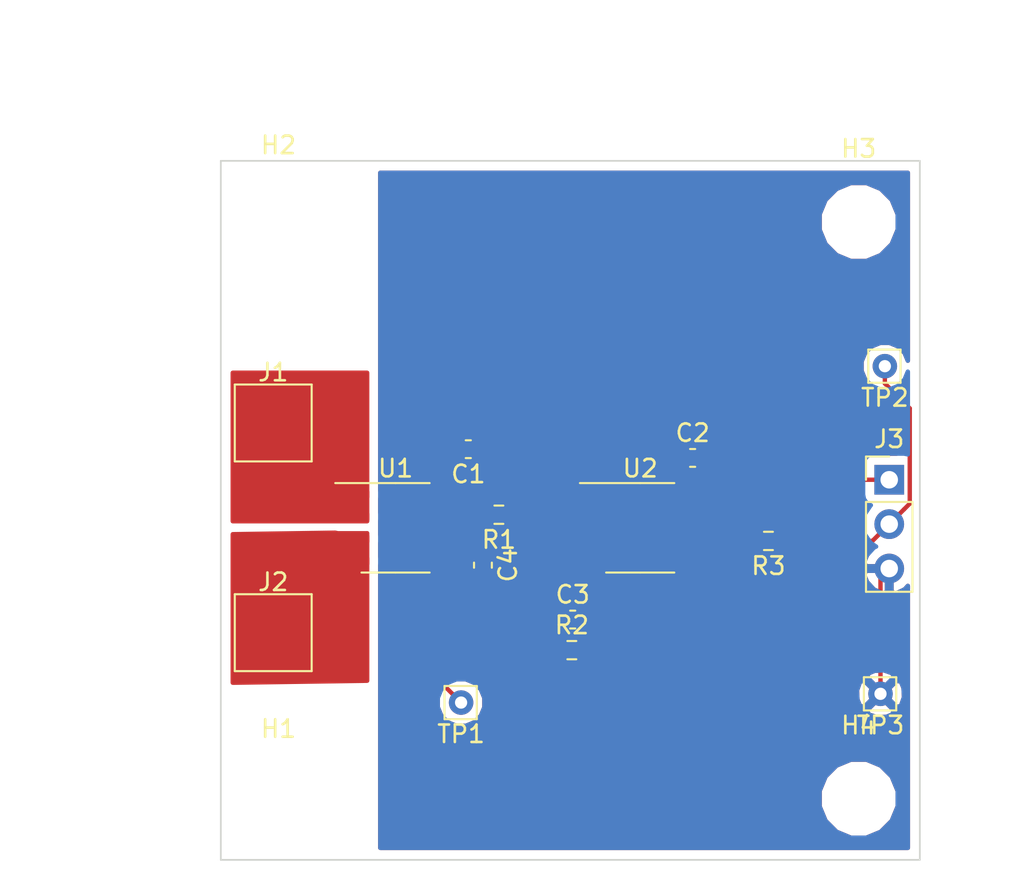
<source format=kicad_pcb>
(kicad_pcb (version 20171130) (host pcbnew "(5.0.2)-1")

  (general
    (thickness 1.6)
    (drawings 6)
    (tracks 59)
    (zones 0)
    (modules 19)
    (nets 10)
  )

  (page A4)
  (layers
    (0 F.Cu signal)
    (31 B.Cu signal)
    (32 B.Adhes user)
    (33 F.Adhes user)
    (34 B.Paste user)
    (35 F.Paste user)
    (36 B.SilkS user)
    (37 F.SilkS user)
    (38 B.Mask user)
    (39 F.Mask user)
    (40 Dwgs.User user)
    (41 Cmts.User user)
    (42 Eco1.User user)
    (43 Eco2.User user)
    (44 Edge.Cuts user)
    (45 Margin user)
    (46 B.CrtYd user)
    (47 F.CrtYd user)
    (48 B.Fab user)
    (49 F.Fab user)
  )

  (setup
    (last_trace_width 0.25)
    (trace_clearance 0.2)
    (zone_clearance 0.508)
    (zone_45_only no)
    (trace_min 0.2)
    (segment_width 0.2)
    (edge_width 0.1)
    (via_size 0.8)
    (via_drill 0.4)
    (via_min_size 0.4)
    (via_min_drill 0.3)
    (uvia_size 0.3)
    (uvia_drill 0.1)
    (uvias_allowed no)
    (uvia_min_size 0.2)
    (uvia_min_drill 0.1)
    (pcb_text_width 0.3)
    (pcb_text_size 1.5 1.5)
    (mod_edge_width 0.15)
    (mod_text_size 1 1)
    (mod_text_width 0.15)
    (pad_size 1.5 1.5)
    (pad_drill 0.6)
    (pad_to_mask_clearance 0)
    (aux_axis_origin 0 0)
    (visible_elements FFFFFF7F)
    (pcbplotparams
      (layerselection 0x010fc_ffffffff)
      (usegerberextensions false)
      (usegerberattributes false)
      (usegerberadvancedattributes false)
      (creategerberjobfile false)
      (excludeedgelayer true)
      (linewidth 0.100000)
      (plotframeref false)
      (viasonmask false)
      (mode 1)
      (useauxorigin false)
      (hpglpennumber 1)
      (hpglpenspeed 20)
      (hpglpendiameter 15.000000)
      (psnegative false)
      (psa4output false)
      (plotreference true)
      (plotvalue true)
      (plotinvisibletext false)
      (padsonsilk false)
      (subtractmaskfromsilk false)
      (outputformat 1)
      (mirror false)
      (drillshape 0)
      (scaleselection 1)
      (outputdirectory "gerber/"))
  )

  (net 0 "")
  (net 1 GND)
  (net 2 +5V)
  (net 3 "Net-(C3-Pad1)")
  (net 4 "Net-(J1-Pad1)")
  (net 5 "Net-(J2-Pad1)")
  (net 6 "Net-(J3-Pad2)")
  (net 7 "Net-(R1-Pad2)")
  (net 8 "Net-(R3-Pad2)")
  (net 9 "Net-(C4-Pad1)")

  (net_class Default "これはデフォルトのネット クラスです。"
    (clearance 0.2)
    (trace_width 0.25)
    (via_dia 0.8)
    (via_drill 0.4)
    (uvia_dia 0.3)
    (uvia_drill 0.1)
    (add_net +5V)
    (add_net GND)
    (add_net "Net-(C3-Pad1)")
    (add_net "Net-(C4-Pad1)")
    (add_net "Net-(J1-Pad1)")
    (add_net "Net-(J2-Pad1)")
    (add_net "Net-(J3-Pad2)")
    (add_net "Net-(R1-Pad2)")
    (add_net "Net-(R3-Pad2)")
  )

  (module Capacitor_SMD:C_0603_1608Metric_Pad1.08x0.95mm_HandSolder (layer F.Cu) (tedit 5F68FEEF) (tstamp 60118FAA)
    (at 74.1625 46.5 180)
    (descr "Capacitor SMD 0603 (1608 Metric), square (rectangular) end terminal, IPC_7351 nominal with elongated pad for handsoldering. (Body size source: IPC-SM-782 page 76, https://www.pcb-3d.com/wordpress/wp-content/uploads/ipc-sm-782a_amendment_1_and_2.pdf), generated with kicad-footprint-generator")
    (tags "capacitor handsolder")
    (path /6002D57B)
    (attr smd)
    (fp_text reference C1 (at 0 -1.43 180) (layer F.SilkS)
      (effects (font (size 1 1) (thickness 0.15)))
    )
    (fp_text value 0.1uF (at 0 1.43 180) (layer F.Fab)
      (effects (font (size 1 1) (thickness 0.15)))
    )
    (fp_text user %R (at 0 0 180) (layer F.Fab)
      (effects (font (size 0.4 0.4) (thickness 0.06)))
    )
    (fp_line (start 1.65 0.73) (end -1.65 0.73) (layer F.CrtYd) (width 0.05))
    (fp_line (start 1.65 -0.73) (end 1.65 0.73) (layer F.CrtYd) (width 0.05))
    (fp_line (start -1.65 -0.73) (end 1.65 -0.73) (layer F.CrtYd) (width 0.05))
    (fp_line (start -1.65 0.73) (end -1.65 -0.73) (layer F.CrtYd) (width 0.05))
    (fp_line (start -0.146267 0.51) (end 0.146267 0.51) (layer F.SilkS) (width 0.12))
    (fp_line (start -0.146267 -0.51) (end 0.146267 -0.51) (layer F.SilkS) (width 0.12))
    (fp_line (start 0.8 0.4) (end -0.8 0.4) (layer F.Fab) (width 0.1))
    (fp_line (start 0.8 -0.4) (end 0.8 0.4) (layer F.Fab) (width 0.1))
    (fp_line (start -0.8 -0.4) (end 0.8 -0.4) (layer F.Fab) (width 0.1))
    (fp_line (start -0.8 0.4) (end -0.8 -0.4) (layer F.Fab) (width 0.1))
    (pad 2 smd roundrect (at 0.8625 0 180) (size 1.075 0.95) (layers F.Cu F.Paste F.Mask) (roundrect_rratio 0.25)
      (net 1 GND))
    (pad 1 smd roundrect (at -0.8625 0 180) (size 1.075 0.95) (layers F.Cu F.Paste F.Mask) (roundrect_rratio 0.25)
      (net 2 +5V))
    (model ${KISYS3DMOD}/Capacitor_SMD.3dshapes/C_0603_1608Metric.wrl
      (at (xyz 0 0 0))
      (scale (xyz 1 1 1))
      (rotate (xyz 0 0 0))
    )
  )

  (module Capacitor_SMD:C_0603_1608Metric_Pad1.08x0.95mm_HandSolder (layer F.Cu) (tedit 5F68FEEF) (tstamp 60118FBB)
    (at 87 47)
    (descr "Capacitor SMD 0603 (1608 Metric), square (rectangular) end terminal, IPC_7351 nominal with elongated pad for handsoldering. (Body size source: IPC-SM-782 page 76, https://www.pcb-3d.com/wordpress/wp-content/uploads/ipc-sm-782a_amendment_1_and_2.pdf), generated with kicad-footprint-generator")
    (tags "capacitor handsolder")
    (path /60027F27)
    (attr smd)
    (fp_text reference C2 (at 0 -1.43) (layer F.SilkS)
      (effects (font (size 1 1) (thickness 0.15)))
    )
    (fp_text value 0.1uF (at 0 1.43) (layer F.Fab)
      (effects (font (size 1 1) (thickness 0.15)))
    )
    (fp_line (start -0.8 0.4) (end -0.8 -0.4) (layer F.Fab) (width 0.1))
    (fp_line (start -0.8 -0.4) (end 0.8 -0.4) (layer F.Fab) (width 0.1))
    (fp_line (start 0.8 -0.4) (end 0.8 0.4) (layer F.Fab) (width 0.1))
    (fp_line (start 0.8 0.4) (end -0.8 0.4) (layer F.Fab) (width 0.1))
    (fp_line (start -0.146267 -0.51) (end 0.146267 -0.51) (layer F.SilkS) (width 0.12))
    (fp_line (start -0.146267 0.51) (end 0.146267 0.51) (layer F.SilkS) (width 0.12))
    (fp_line (start -1.65 0.73) (end -1.65 -0.73) (layer F.CrtYd) (width 0.05))
    (fp_line (start -1.65 -0.73) (end 1.65 -0.73) (layer F.CrtYd) (width 0.05))
    (fp_line (start 1.65 -0.73) (end 1.65 0.73) (layer F.CrtYd) (width 0.05))
    (fp_line (start 1.65 0.73) (end -1.65 0.73) (layer F.CrtYd) (width 0.05))
    (fp_text user %R (at 0 0) (layer F.Fab)
      (effects (font (size 0.4 0.4) (thickness 0.06)))
    )
    (pad 1 smd roundrect (at -0.8625 0) (size 1.075 0.95) (layers F.Cu F.Paste F.Mask) (roundrect_rratio 0.25)
      (net 2 +5V))
    (pad 2 smd roundrect (at 0.8625 0) (size 1.075 0.95) (layers F.Cu F.Paste F.Mask) (roundrect_rratio 0.25)
      (net 1 GND))
    (model ${KISYS3DMOD}/Capacitor_SMD.3dshapes/C_0603_1608Metric.wrl
      (at (xyz 0 0 0))
      (scale (xyz 1 1 1))
      (rotate (xyz 0 0 0))
    )
  )

  (module Capacitor_SMD:C_0603_1608Metric_Pad1.08x0.95mm_HandSolder (layer F.Cu) (tedit 5F68FEEF) (tstamp 60118FCC)
    (at 80.1375 56.25)
    (descr "Capacitor SMD 0603 (1608 Metric), square (rectangular) end terminal, IPC_7351 nominal with elongated pad for handsoldering. (Body size source: IPC-SM-782 page 76, https://www.pcb-3d.com/wordpress/wp-content/uploads/ipc-sm-782a_amendment_1_and_2.pdf), generated with kicad-footprint-generator")
    (tags "capacitor handsolder")
    (path /6002E356)
    (attr smd)
    (fp_text reference C3 (at 0 -1.43) (layer F.SilkS)
      (effects (font (size 1 1) (thickness 0.15)))
    )
    (fp_text value 10n (at 0 1.43) (layer F.Fab)
      (effects (font (size 1 1) (thickness 0.15)))
    )
    (fp_line (start -0.8 0.4) (end -0.8 -0.4) (layer F.Fab) (width 0.1))
    (fp_line (start -0.8 -0.4) (end 0.8 -0.4) (layer F.Fab) (width 0.1))
    (fp_line (start 0.8 -0.4) (end 0.8 0.4) (layer F.Fab) (width 0.1))
    (fp_line (start 0.8 0.4) (end -0.8 0.4) (layer F.Fab) (width 0.1))
    (fp_line (start -0.146267 -0.51) (end 0.146267 -0.51) (layer F.SilkS) (width 0.12))
    (fp_line (start -0.146267 0.51) (end 0.146267 0.51) (layer F.SilkS) (width 0.12))
    (fp_line (start -1.65 0.73) (end -1.65 -0.73) (layer F.CrtYd) (width 0.05))
    (fp_line (start -1.65 -0.73) (end 1.65 -0.73) (layer F.CrtYd) (width 0.05))
    (fp_line (start 1.65 -0.73) (end 1.65 0.73) (layer F.CrtYd) (width 0.05))
    (fp_line (start 1.65 0.73) (end -1.65 0.73) (layer F.CrtYd) (width 0.05))
    (fp_text user %R (at 0 0) (layer F.Fab)
      (effects (font (size 0.4 0.4) (thickness 0.06)))
    )
    (pad 1 smd roundrect (at -0.8625 0) (size 1.075 0.95) (layers F.Cu F.Paste F.Mask) (roundrect_rratio 0.25)
      (net 3 "Net-(C3-Pad1)"))
    (pad 2 smd roundrect (at 0.8625 0) (size 1.075 0.95) (layers F.Cu F.Paste F.Mask) (roundrect_rratio 0.25)
      (net 1 GND))
    (model ${KISYS3DMOD}/Capacitor_SMD.3dshapes/C_0603_1608Metric.wrl
      (at (xyz 0 0 0))
      (scale (xyz 1 1 1))
      (rotate (xyz 0 0 0))
    )
  )

  (module MountingHole:MountingHole_3.2mm_M3 (layer F.Cu) (tedit 56D1B4CB) (tstamp 60118FD4)
    (at 63.3 66.7)
    (descr "Mounting Hole 3.2mm, no annular, M3")
    (tags "mounting hole 3.2mm no annular m3")
    (path /600346EF)
    (attr virtual)
    (fp_text reference H1 (at 0 -4.2) (layer F.SilkS)
      (effects (font (size 1 1) (thickness 0.15)))
    )
    (fp_text value M3 (at 0 4.2) (layer F.Fab)
      (effects (font (size 1 1) (thickness 0.15)))
    )
    (fp_circle (center 0 0) (end 3.45 0) (layer F.CrtYd) (width 0.05))
    (fp_circle (center 0 0) (end 3.2 0) (layer Cmts.User) (width 0.15))
    (fp_text user %R (at 0.3 0) (layer F.Fab)
      (effects (font (size 1 1) (thickness 0.15)))
    )
    (pad 1 np_thru_hole circle (at 0 0) (size 3.2 3.2) (drill 3.2) (layers *.Cu *.Mask))
  )

  (module MountingHole:MountingHole_3.2mm_M3 (layer F.Cu) (tedit 56D1B4CB) (tstamp 60118FDC)
    (at 63.3 33.3)
    (descr "Mounting Hole 3.2mm, no annular, M3")
    (tags "mounting hole 3.2mm no annular m3")
    (path /600347B7)
    (attr virtual)
    (fp_text reference H2 (at 0 -4.2) (layer F.SilkS)
      (effects (font (size 1 1) (thickness 0.15)))
    )
    (fp_text value M3 (at 0 4.2) (layer F.Fab)
      (effects (font (size 1 1) (thickness 0.15)))
    )
    (fp_circle (center 0 0) (end 3.45 0) (layer F.CrtYd) (width 0.05))
    (fp_circle (center 0 0) (end 3.2 0) (layer Cmts.User) (width 0.15))
    (fp_text user %R (at 0.3 0) (layer F.Fab)
      (effects (font (size 1 1) (thickness 0.15)))
    )
    (pad 1 np_thru_hole circle (at 0 0) (size 3.2 3.2) (drill 3.2) (layers *.Cu *.Mask))
  )

  (module MountingHole:MountingHole_3.2mm_M3 (layer F.Cu) (tedit 56D1B4CB) (tstamp 60118FE4)
    (at 96.5 33.5)
    (descr "Mounting Hole 3.2mm, no annular, M3")
    (tags "mounting hole 3.2mm no annular m3")
    (path /60034771)
    (attr virtual)
    (fp_text reference H3 (at 0 -4.2) (layer F.SilkS)
      (effects (font (size 1 1) (thickness 0.15)))
    )
    (fp_text value M3 (at 0 4.2) (layer F.Fab)
      (effects (font (size 1 1) (thickness 0.15)))
    )
    (fp_text user %R (at 0.3 0) (layer F.Fab)
      (effects (font (size 1 1) (thickness 0.15)))
    )
    (fp_circle (center 0 0) (end 3.2 0) (layer Cmts.User) (width 0.15))
    (fp_circle (center 0 0) (end 3.45 0) (layer F.CrtYd) (width 0.05))
    (pad 1 np_thru_hole circle (at 0 0) (size 3.2 3.2) (drill 3.2) (layers *.Cu *.Mask))
  )

  (module MountingHole:MountingHole_3.2mm_M3 (layer F.Cu) (tedit 56D1B4CB) (tstamp 60118FEC)
    (at 96.5 66.5)
    (descr "Mounting Hole 3.2mm, no annular, M3")
    (tags "mounting hole 3.2mm no annular m3")
    (path /60034803)
    (attr virtual)
    (fp_text reference H4 (at 0 -4.2) (layer F.SilkS)
      (effects (font (size 1 1) (thickness 0.15)))
    )
    (fp_text value M3 (at 0 4.2) (layer F.Fab)
      (effects (font (size 1 1) (thickness 0.15)))
    )
    (fp_text user %R (at 0.3 0) (layer F.Fab)
      (effects (font (size 1 1) (thickness 0.15)))
    )
    (fp_circle (center 0 0) (end 3.2 0) (layer Cmts.User) (width 0.15))
    (fp_circle (center 0 0) (end 3.45 0) (layer F.CrtYd) (width 0.05))
    (pad 1 np_thru_hole circle (at 0 0) (size 3.2 3.2) (drill 3.2) (layers *.Cu *.Mask))
  )

  (module TestPoint:TestPoint_Pad_4.0x4.0mm (layer F.Cu) (tedit 5A0F774F) (tstamp 60118FFA)
    (at 63 45)
    (descr "SMD rectangular pad as test Point, square 4.0mm side length")
    (tags "test point SMD pad rectangle square")
    (path /60030CCA)
    (attr virtual)
    (fp_text reference J1 (at 0 -2.898) (layer F.SilkS)
      (effects (font (size 1 1) (thickness 0.15)))
    )
    (fp_text value Conn_01x01_Female (at 0 3.1) (layer F.Fab)
      (effects (font (size 1 1) (thickness 0.15)))
    )
    (fp_text user %R (at 0 -2.9) (layer F.Fab)
      (effects (font (size 1 1) (thickness 0.15)))
    )
    (fp_line (start -2.2 -2.2) (end 2.2 -2.2) (layer F.SilkS) (width 0.12))
    (fp_line (start 2.2 -2.2) (end 2.2 2.2) (layer F.SilkS) (width 0.12))
    (fp_line (start 2.2 2.2) (end -2.2 2.2) (layer F.SilkS) (width 0.12))
    (fp_line (start -2.2 2.2) (end -2.2 -2.2) (layer F.SilkS) (width 0.12))
    (fp_line (start -2.5 -2.5) (end 2.5 -2.5) (layer F.CrtYd) (width 0.05))
    (fp_line (start -2.5 -2.5) (end -2.5 2.5) (layer F.CrtYd) (width 0.05))
    (fp_line (start 2.5 2.5) (end 2.5 -2.5) (layer F.CrtYd) (width 0.05))
    (fp_line (start 2.5 2.5) (end -2.5 2.5) (layer F.CrtYd) (width 0.05))
    (pad 1 smd rect (at 0 0) (size 4 4) (layers F.Cu F.Mask)
      (net 4 "Net-(J1-Pad1)"))
  )

  (module TestPoint:TestPoint_Pad_4.0x4.0mm (layer F.Cu) (tedit 5A0F774F) (tstamp 60119008)
    (at 63 57)
    (descr "SMD rectangular pad as test Point, square 4.0mm side length")
    (tags "test point SMD pad rectangle square")
    (path /60030D7C)
    (attr virtual)
    (fp_text reference J2 (at 0 -2.898) (layer F.SilkS)
      (effects (font (size 1 1) (thickness 0.15)))
    )
    (fp_text value Conn_01x01_Female (at 0 3.1) (layer F.Fab)
      (effects (font (size 1 1) (thickness 0.15)))
    )
    (fp_line (start 2.5 2.5) (end -2.5 2.5) (layer F.CrtYd) (width 0.05))
    (fp_line (start 2.5 2.5) (end 2.5 -2.5) (layer F.CrtYd) (width 0.05))
    (fp_line (start -2.5 -2.5) (end -2.5 2.5) (layer F.CrtYd) (width 0.05))
    (fp_line (start -2.5 -2.5) (end 2.5 -2.5) (layer F.CrtYd) (width 0.05))
    (fp_line (start -2.2 2.2) (end -2.2 -2.2) (layer F.SilkS) (width 0.12))
    (fp_line (start 2.2 2.2) (end -2.2 2.2) (layer F.SilkS) (width 0.12))
    (fp_line (start 2.2 -2.2) (end 2.2 2.2) (layer F.SilkS) (width 0.12))
    (fp_line (start -2.2 -2.2) (end 2.2 -2.2) (layer F.SilkS) (width 0.12))
    (fp_text user %R (at 0 -2.9) (layer F.Fab)
      (effects (font (size 1 1) (thickness 0.15)))
    )
    (pad 1 smd rect (at 0 0) (size 4 4) (layers F.Cu F.Mask)
      (net 5 "Net-(J2-Pad1)"))
  )

  (module Connector_PinHeader_2.54mm:PinHeader_1x03_P2.54mm_Vertical (layer F.Cu) (tedit 59FED5CC) (tstamp 6011901F)
    (at 98.25 48.25)
    (descr "Through hole straight pin header, 1x03, 2.54mm pitch, single row")
    (tags "Through hole pin header THT 1x03 2.54mm single row")
    (path /6002F331)
    (fp_text reference J3 (at 0 -2.33) (layer F.SilkS)
      (effects (font (size 1 1) (thickness 0.15)))
    )
    (fp_text value Conn_01x03_Female (at 0 7.41) (layer F.Fab)
      (effects (font (size 1 1) (thickness 0.15)))
    )
    (fp_line (start -0.635 -1.27) (end 1.27 -1.27) (layer F.Fab) (width 0.1))
    (fp_line (start 1.27 -1.27) (end 1.27 6.35) (layer F.Fab) (width 0.1))
    (fp_line (start 1.27 6.35) (end -1.27 6.35) (layer F.Fab) (width 0.1))
    (fp_line (start -1.27 6.35) (end -1.27 -0.635) (layer F.Fab) (width 0.1))
    (fp_line (start -1.27 -0.635) (end -0.635 -1.27) (layer F.Fab) (width 0.1))
    (fp_line (start -1.33 6.41) (end 1.33 6.41) (layer F.SilkS) (width 0.12))
    (fp_line (start -1.33 1.27) (end -1.33 6.41) (layer F.SilkS) (width 0.12))
    (fp_line (start 1.33 1.27) (end 1.33 6.41) (layer F.SilkS) (width 0.12))
    (fp_line (start -1.33 1.27) (end 1.33 1.27) (layer F.SilkS) (width 0.12))
    (fp_line (start -1.33 0) (end -1.33 -1.33) (layer F.SilkS) (width 0.12))
    (fp_line (start -1.33 -1.33) (end 0 -1.33) (layer F.SilkS) (width 0.12))
    (fp_line (start -1.8 -1.8) (end -1.8 6.85) (layer F.CrtYd) (width 0.05))
    (fp_line (start -1.8 6.85) (end 1.8 6.85) (layer F.CrtYd) (width 0.05))
    (fp_line (start 1.8 6.85) (end 1.8 -1.8) (layer F.CrtYd) (width 0.05))
    (fp_line (start 1.8 -1.8) (end -1.8 -1.8) (layer F.CrtYd) (width 0.05))
    (fp_text user %R (at 0 2.54 90) (layer F.Fab)
      (effects (font (size 1 1) (thickness 0.15)))
    )
    (pad 1 thru_hole rect (at 0 0) (size 1.7 1.7) (drill 1) (layers *.Cu *.Mask)
      (net 2 +5V))
    (pad 2 thru_hole oval (at 0 2.54) (size 1.7 1.7) (drill 1) (layers *.Cu *.Mask)
      (net 6 "Net-(J3-Pad2)"))
    (pad 3 thru_hole oval (at 0 5.08) (size 1.7 1.7) (drill 1) (layers *.Cu *.Mask)
      (net 1 GND))
    (model ${KISYS3DMOD}/Connector_PinHeader_2.54mm.3dshapes/PinHeader_1x03_P2.54mm_Vertical.wrl
      (at (xyz 0 0 0))
      (scale (xyz 1 1 1))
      (rotate (xyz 0 0 0))
    )
  )

  (module Resistor_SMD:R_0603_1608Metric_Pad0.98x0.95mm_HandSolder (layer F.Cu) (tedit 5F68FEEE) (tstamp 60119030)
    (at 75.9125 50.25 180)
    (descr "Resistor SMD 0603 (1608 Metric), square (rectangular) end terminal, IPC_7351 nominal with elongated pad for handsoldering. (Body size source: IPC-SM-782 page 72, https://www.pcb-3d.com/wordpress/wp-content/uploads/ipc-sm-782a_amendment_1_and_2.pdf), generated with kicad-footprint-generator")
    (tags "resistor handsolder")
    (path /6002D8D4)
    (attr smd)
    (fp_text reference R1 (at 0 -1.43 180) (layer F.SilkS)
      (effects (font (size 1 1) (thickness 0.15)))
    )
    (fp_text value 4.7k (at 0 1.43 180) (layer F.Fab)
      (effects (font (size 1 1) (thickness 0.15)))
    )
    (fp_line (start -0.8 0.4125) (end -0.8 -0.4125) (layer F.Fab) (width 0.1))
    (fp_line (start -0.8 -0.4125) (end 0.8 -0.4125) (layer F.Fab) (width 0.1))
    (fp_line (start 0.8 -0.4125) (end 0.8 0.4125) (layer F.Fab) (width 0.1))
    (fp_line (start 0.8 0.4125) (end -0.8 0.4125) (layer F.Fab) (width 0.1))
    (fp_line (start -0.254724 -0.5225) (end 0.254724 -0.5225) (layer F.SilkS) (width 0.12))
    (fp_line (start -0.254724 0.5225) (end 0.254724 0.5225) (layer F.SilkS) (width 0.12))
    (fp_line (start -1.65 0.73) (end -1.65 -0.73) (layer F.CrtYd) (width 0.05))
    (fp_line (start -1.65 -0.73) (end 1.65 -0.73) (layer F.CrtYd) (width 0.05))
    (fp_line (start 1.65 -0.73) (end 1.65 0.73) (layer F.CrtYd) (width 0.05))
    (fp_line (start 1.65 0.73) (end -1.65 0.73) (layer F.CrtYd) (width 0.05))
    (fp_text user %R (at 0 0 180) (layer F.Fab)
      (effects (font (size 0.4 0.4) (thickness 0.06)))
    )
    (pad 1 smd roundrect (at -0.9125 0 180) (size 0.975 0.95) (layers F.Cu F.Paste F.Mask) (roundrect_rratio 0.25)
      (net 3 "Net-(C3-Pad1)"))
    (pad 2 smd roundrect (at 0.9125 0 180) (size 0.975 0.95) (layers F.Cu F.Paste F.Mask) (roundrect_rratio 0.25)
      (net 7 "Net-(R1-Pad2)"))
    (model ${KISYS3DMOD}/Resistor_SMD.3dshapes/R_0603_1608Metric.wrl
      (at (xyz 0 0 0))
      (scale (xyz 1 1 1))
      (rotate (xyz 0 0 0))
    )
  )

  (module Resistor_SMD:R_0603_1608Metric_Pad0.98x0.95mm_HandSolder (layer F.Cu) (tedit 5F68FEEE) (tstamp 6011965F)
    (at 80.0875 58)
    (descr "Resistor SMD 0603 (1608 Metric), square (rectangular) end terminal, IPC_7351 nominal with elongated pad for handsoldering. (Body size source: IPC-SM-782 page 72, https://www.pcb-3d.com/wordpress/wp-content/uploads/ipc-sm-782a_amendment_1_and_2.pdf), generated with kicad-footprint-generator")
    (tags "resistor handsolder")
    (path /6002DBCD)
    (attr smd)
    (fp_text reference R2 (at 0 -1.43) (layer F.SilkS)
      (effects (font (size 1 1) (thickness 0.15)))
    )
    (fp_text value 9.1k (at 0 1.43) (layer F.Fab)
      (effects (font (size 1 1) (thickness 0.15)))
    )
    (fp_line (start -0.8 0.4125) (end -0.8 -0.4125) (layer F.Fab) (width 0.1))
    (fp_line (start -0.8 -0.4125) (end 0.8 -0.4125) (layer F.Fab) (width 0.1))
    (fp_line (start 0.8 -0.4125) (end 0.8 0.4125) (layer F.Fab) (width 0.1))
    (fp_line (start 0.8 0.4125) (end -0.8 0.4125) (layer F.Fab) (width 0.1))
    (fp_line (start -0.254724 -0.5225) (end 0.254724 -0.5225) (layer F.SilkS) (width 0.12))
    (fp_line (start -0.254724 0.5225) (end 0.254724 0.5225) (layer F.SilkS) (width 0.12))
    (fp_line (start -1.65 0.73) (end -1.65 -0.73) (layer F.CrtYd) (width 0.05))
    (fp_line (start -1.65 -0.73) (end 1.65 -0.73) (layer F.CrtYd) (width 0.05))
    (fp_line (start 1.65 -0.73) (end 1.65 0.73) (layer F.CrtYd) (width 0.05))
    (fp_line (start 1.65 0.73) (end -1.65 0.73) (layer F.CrtYd) (width 0.05))
    (fp_text user %R (at 0 0) (layer F.Fab)
      (effects (font (size 0.4 0.4) (thickness 0.06)))
    )
    (pad 1 smd roundrect (at -0.9125 0) (size 0.975 0.95) (layers F.Cu F.Paste F.Mask) (roundrect_rratio 0.25)
      (net 3 "Net-(C3-Pad1)"))
    (pad 2 smd roundrect (at 0.9125 0) (size 0.975 0.95) (layers F.Cu F.Paste F.Mask) (roundrect_rratio 0.25)
      (net 1 GND))
    (model ${KISYS3DMOD}/Resistor_SMD.3dshapes/R_0603_1608Metric.wrl
      (at (xyz 0 0 0))
      (scale (xyz 1 1 1))
      (rotate (xyz 0 0 0))
    )
  )

  (module Resistor_SMD:R_0603_1608Metric_Pad0.98x0.95mm_HandSolder (layer F.Cu) (tedit 5F68FEEE) (tstamp 60119052)
    (at 91.3375 51.75 180)
    (descr "Resistor SMD 0603 (1608 Metric), square (rectangular) end terminal, IPC_7351 nominal with elongated pad for handsoldering. (Body size source: IPC-SM-782 page 72, https://www.pcb-3d.com/wordpress/wp-content/uploads/ipc-sm-782a_amendment_1_and_2.pdf), generated with kicad-footprint-generator")
    (tags "resistor handsolder")
    (path /6002DA86)
    (attr smd)
    (fp_text reference R3 (at 0 -1.43 180) (layer F.SilkS)
      (effects (font (size 1 1) (thickness 0.15)))
    )
    (fp_text value 220 (at 0 1.43 270) (layer F.Fab)
      (effects (font (size 1 1) (thickness 0.15)))
    )
    (fp_text user %R (at 0 0 270) (layer F.Fab)
      (effects (font (size 0.4 0.4) (thickness 0.06)))
    )
    (fp_line (start 1.65 0.73) (end -1.65 0.73) (layer F.CrtYd) (width 0.05))
    (fp_line (start 1.65 -0.73) (end 1.65 0.73) (layer F.CrtYd) (width 0.05))
    (fp_line (start -1.65 -0.73) (end 1.65 -0.73) (layer F.CrtYd) (width 0.05))
    (fp_line (start -1.65 0.73) (end -1.65 -0.73) (layer F.CrtYd) (width 0.05))
    (fp_line (start -0.254724 0.5225) (end 0.254724 0.5225) (layer F.SilkS) (width 0.12))
    (fp_line (start -0.254724 -0.5225) (end 0.254724 -0.5225) (layer F.SilkS) (width 0.12))
    (fp_line (start 0.8 0.4125) (end -0.8 0.4125) (layer F.Fab) (width 0.1))
    (fp_line (start 0.8 -0.4125) (end 0.8 0.4125) (layer F.Fab) (width 0.1))
    (fp_line (start -0.8 -0.4125) (end 0.8 -0.4125) (layer F.Fab) (width 0.1))
    (fp_line (start -0.8 0.4125) (end -0.8 -0.4125) (layer F.Fab) (width 0.1))
    (pad 2 smd roundrect (at 0.9125 0 180) (size 0.975 0.95) (layers F.Cu F.Paste F.Mask) (roundrect_rratio 0.25)
      (net 8 "Net-(R3-Pad2)"))
    (pad 1 smd roundrect (at -0.9125 0 180) (size 0.975 0.95) (layers F.Cu F.Paste F.Mask) (roundrect_rratio 0.25)
      (net 6 "Net-(J3-Pad2)"))
    (model ${KISYS3DMOD}/Resistor_SMD.3dshapes/R_0603_1608Metric.wrl
      (at (xyz 0 0 0))
      (scale (xyz 1 1 1))
      (rotate (xyz 0 0 0))
    )
  )

  (module Connector_Pin:Pin_D0.7mm_L6.5mm_W1.8mm_FlatFork (layer F.Cu) (tedit 5A1DC084) (tstamp 60119065)
    (at 73.75 61)
    (descr "solder Pin_ with flat fork, hole diameter 0.7mm, length 6.5mm, width 1.8mm")
    (tags "solder Pin_ with flat fork")
    (path /6003064F)
    (fp_text reference TP1 (at 0 1.8) (layer F.SilkS)
      (effects (font (size 1 1) (thickness 0.15)))
    )
    (fp_text value TestPoint (at 0 -1.8) (layer F.Fab)
      (effects (font (size 1 1) (thickness 0.15)))
    )
    (fp_text user %R (at 0 1.8) (layer F.Fab)
      (effects (font (size 1 1) (thickness 0.15)))
    )
    (fp_line (start -0.95 -0.95) (end -0.95 0.95) (layer F.SilkS) (width 0.12))
    (fp_line (start -0.95 0.95) (end 0.9 0.95) (layer F.SilkS) (width 0.12))
    (fp_line (start 0.9 0.95) (end 0.9 -0.9) (layer F.SilkS) (width 0.12))
    (fp_line (start 0.9 -0.9) (end 0.9 -0.95) (layer F.SilkS) (width 0.12))
    (fp_line (start 0.9 -0.95) (end -0.95 -0.95) (layer F.SilkS) (width 0.12))
    (fp_line (start -0.9 -0.25) (end 0.85 -0.25) (layer F.Fab) (width 0.12))
    (fp_line (start 0.85 -0.25) (end 0.85 0.25) (layer F.Fab) (width 0.12))
    (fp_line (start 0.85 0.25) (end -0.9 0.25) (layer F.Fab) (width 0.12))
    (fp_line (start -0.9 0.25) (end -0.9 -0.25) (layer F.Fab) (width 0.12))
    (fp_line (start -1.4 -1.2) (end 1.35 -1.2) (layer F.CrtYd) (width 0.05))
    (fp_line (start -1.4 -1.2) (end -1.4 1.2) (layer F.CrtYd) (width 0.05))
    (fp_line (start 1.35 1.2) (end 1.35 -1.2) (layer F.CrtYd) (width 0.05))
    (fp_line (start 1.35 1.2) (end -1.4 1.2) (layer F.CrtYd) (width 0.05))
    (pad 1 thru_hole circle (at 0 0) (size 1.4 1.4) (drill 0.7) (layers *.Cu *.Mask)
      (net 7 "Net-(R1-Pad2)"))
    (model ${KISYS3DMOD}/Connector_Pin.3dshapes/Pin_D0.7mm_L6.5mm_W1.8mm_FlatFork.wrl
      (at (xyz 0 0 0))
      (scale (xyz 1 1 1))
      (rotate (xyz 0 0 0))
    )
  )

  (module Connector_Pin:Pin_D0.7mm_L6.5mm_W1.8mm_FlatFork (layer F.Cu) (tedit 5A1DC084) (tstamp 60119078)
    (at 98 41.75)
    (descr "solder Pin_ with flat fork, hole diameter 0.7mm, length 6.5mm, width 1.8mm")
    (tags "solder Pin_ with flat fork")
    (path /60030195)
    (fp_text reference TP2 (at 0 1.8) (layer F.SilkS)
      (effects (font (size 1 1) (thickness 0.15)))
    )
    (fp_text value TestPoint (at 0 -1.8) (layer F.Fab)
      (effects (font (size 1 1) (thickness 0.15)))
    )
    (fp_text user %R (at 0 1.8) (layer F.Fab)
      (effects (font (size 1 1) (thickness 0.15)))
    )
    (fp_line (start -0.95 -0.95) (end -0.95 0.95) (layer F.SilkS) (width 0.12))
    (fp_line (start -0.95 0.95) (end 0.9 0.95) (layer F.SilkS) (width 0.12))
    (fp_line (start 0.9 0.95) (end 0.9 -0.9) (layer F.SilkS) (width 0.12))
    (fp_line (start 0.9 -0.9) (end 0.9 -0.95) (layer F.SilkS) (width 0.12))
    (fp_line (start 0.9 -0.95) (end -0.95 -0.95) (layer F.SilkS) (width 0.12))
    (fp_line (start -0.9 -0.25) (end 0.85 -0.25) (layer F.Fab) (width 0.12))
    (fp_line (start 0.85 -0.25) (end 0.85 0.25) (layer F.Fab) (width 0.12))
    (fp_line (start 0.85 0.25) (end -0.9 0.25) (layer F.Fab) (width 0.12))
    (fp_line (start -0.9 0.25) (end -0.9 -0.25) (layer F.Fab) (width 0.12))
    (fp_line (start -1.4 -1.2) (end 1.35 -1.2) (layer F.CrtYd) (width 0.05))
    (fp_line (start -1.4 -1.2) (end -1.4 1.2) (layer F.CrtYd) (width 0.05))
    (fp_line (start 1.35 1.2) (end 1.35 -1.2) (layer F.CrtYd) (width 0.05))
    (fp_line (start 1.35 1.2) (end -1.4 1.2) (layer F.CrtYd) (width 0.05))
    (pad 1 thru_hole circle (at 0 0) (size 1.4 1.4) (drill 0.7) (layers *.Cu *.Mask)
      (net 6 "Net-(J3-Pad2)"))
    (model ${KISYS3DMOD}/Connector_Pin.3dshapes/Pin_D0.7mm_L6.5mm_W1.8mm_FlatFork.wrl
      (at (xyz 0 0 0))
      (scale (xyz 1 1 1))
      (rotate (xyz 0 0 0))
    )
  )

  (module Connector_Pin:Pin_D0.7mm_L6.5mm_W1.8mm_FlatFork (layer F.Cu) (tedit 5A1DC084) (tstamp 6011908B)
    (at 97.75 60.5)
    (descr "solder Pin_ with flat fork, hole diameter 0.7mm, length 6.5mm, width 1.8mm")
    (tags "solder Pin_ with flat fork")
    (path /60034D94)
    (fp_text reference TP3 (at 0 1.8) (layer F.SilkS)
      (effects (font (size 1 1) (thickness 0.15)))
    )
    (fp_text value TestPoint (at 0 -1.8) (layer F.Fab)
      (effects (font (size 1 1) (thickness 0.15)))
    )
    (fp_line (start 1.35 1.2) (end -1.4 1.2) (layer F.CrtYd) (width 0.05))
    (fp_line (start 1.35 1.2) (end 1.35 -1.2) (layer F.CrtYd) (width 0.05))
    (fp_line (start -1.4 -1.2) (end -1.4 1.2) (layer F.CrtYd) (width 0.05))
    (fp_line (start -1.4 -1.2) (end 1.35 -1.2) (layer F.CrtYd) (width 0.05))
    (fp_line (start -0.9 0.25) (end -0.9 -0.25) (layer F.Fab) (width 0.12))
    (fp_line (start 0.85 0.25) (end -0.9 0.25) (layer F.Fab) (width 0.12))
    (fp_line (start 0.85 -0.25) (end 0.85 0.25) (layer F.Fab) (width 0.12))
    (fp_line (start -0.9 -0.25) (end 0.85 -0.25) (layer F.Fab) (width 0.12))
    (fp_line (start 0.9 -0.95) (end -0.95 -0.95) (layer F.SilkS) (width 0.12))
    (fp_line (start 0.9 -0.9) (end 0.9 -0.95) (layer F.SilkS) (width 0.12))
    (fp_line (start 0.9 0.95) (end 0.9 -0.9) (layer F.SilkS) (width 0.12))
    (fp_line (start -0.95 0.95) (end 0.9 0.95) (layer F.SilkS) (width 0.12))
    (fp_line (start -0.95 -0.95) (end -0.95 0.95) (layer F.SilkS) (width 0.12))
    (fp_text user %R (at 0 1.8) (layer F.Fab)
      (effects (font (size 1 1) (thickness 0.15)))
    )
    (pad 1 thru_hole circle (at 0 0) (size 1.4 1.4) (drill 0.7) (layers *.Cu *.Mask)
      (net 1 GND))
    (model ${KISYS3DMOD}/Connector_Pin.3dshapes/Pin_D0.7mm_L6.5mm_W1.8mm_FlatFork.wrl
      (at (xyz 0 0 0))
      (scale (xyz 1 1 1))
      (rotate (xyz 0 0 0))
    )
  )

  (module Package_SO:SOIC-8_3.9x4.9mm_P1.27mm (layer F.Cu) (tedit 5D9F72B1) (tstamp 601190D9)
    (at 84 51)
    (descr "SOIC, 8 Pin (JEDEC MS-012AA, https://www.analog.com/media/en/package-pcb-resources/package/pkg_pdf/soic_narrow-r/r_8.pdf), generated with kicad-footprint-generator ipc_gullwing_generator.py")
    (tags "SOIC SO")
    (path /6002D34B)
    (attr smd)
    (fp_text reference U2 (at 0 -3.4) (layer F.SilkS)
      (effects (font (size 1 1) (thickness 0.15)))
    )
    (fp_text value AD8651 (at 0 3.4) (layer F.Fab)
      (effects (font (size 1 1) (thickness 0.15)))
    )
    (fp_line (start 0 2.56) (end 1.95 2.56) (layer F.SilkS) (width 0.12))
    (fp_line (start 0 2.56) (end -1.95 2.56) (layer F.SilkS) (width 0.12))
    (fp_line (start 0 -2.56) (end 1.95 -2.56) (layer F.SilkS) (width 0.12))
    (fp_line (start 0 -2.56) (end -3.45 -2.56) (layer F.SilkS) (width 0.12))
    (fp_line (start -0.975 -2.45) (end 1.95 -2.45) (layer F.Fab) (width 0.1))
    (fp_line (start 1.95 -2.45) (end 1.95 2.45) (layer F.Fab) (width 0.1))
    (fp_line (start 1.95 2.45) (end -1.95 2.45) (layer F.Fab) (width 0.1))
    (fp_line (start -1.95 2.45) (end -1.95 -1.475) (layer F.Fab) (width 0.1))
    (fp_line (start -1.95 -1.475) (end -0.975 -2.45) (layer F.Fab) (width 0.1))
    (fp_line (start -3.7 -2.7) (end -3.7 2.7) (layer F.CrtYd) (width 0.05))
    (fp_line (start -3.7 2.7) (end 3.7 2.7) (layer F.CrtYd) (width 0.05))
    (fp_line (start 3.7 2.7) (end 3.7 -2.7) (layer F.CrtYd) (width 0.05))
    (fp_line (start 3.7 -2.7) (end -3.7 -2.7) (layer F.CrtYd) (width 0.05))
    (fp_text user %R (at 0 0) (layer F.Fab)
      (effects (font (size 0.98 0.98) (thickness 0.15)))
    )
    (pad 1 smd roundrect (at -2.475 -1.905) (size 1.95 0.6) (layers F.Cu F.Paste F.Mask) (roundrect_rratio 0.25))
    (pad 2 smd roundrect (at -2.475 -0.635) (size 1.95 0.6) (layers F.Cu F.Paste F.Mask) (roundrect_rratio 0.25)
      (net 8 "Net-(R3-Pad2)"))
    (pad 3 smd roundrect (at -2.475 0.635) (size 1.95 0.6) (layers F.Cu F.Paste F.Mask) (roundrect_rratio 0.25)
      (net 3 "Net-(C3-Pad1)"))
    (pad 4 smd roundrect (at -2.475 1.905) (size 1.95 0.6) (layers F.Cu F.Paste F.Mask) (roundrect_rratio 0.25)
      (net 1 GND))
    (pad 5 smd roundrect (at 2.475 1.905) (size 1.95 0.6) (layers F.Cu F.Paste F.Mask) (roundrect_rratio 0.25))
    (pad 6 smd roundrect (at 2.475 0.635) (size 1.95 0.6) (layers F.Cu F.Paste F.Mask) (roundrect_rratio 0.25)
      (net 8 "Net-(R3-Pad2)"))
    (pad 7 smd roundrect (at 2.475 -0.635) (size 1.95 0.6) (layers F.Cu F.Paste F.Mask) (roundrect_rratio 0.25)
      (net 2 +5V))
    (pad 8 smd roundrect (at 2.475 -1.905) (size 1.95 0.6) (layers F.Cu F.Paste F.Mask) (roundrect_rratio 0.25))
    (model ${KISYS3DMOD}/Package_SO.3dshapes/SOIC-8_3.9x4.9mm_P1.27mm.wrl
      (at (xyz 0 0 0))
      (scale (xyz 1 1 1))
      (rotate (xyz 0 0 0))
    )
  )

  (module Capacitor_SMD:C_0603_1608Metric_Pad1.08x0.95mm_HandSolder (layer F.Cu) (tedit 5F68FEEF) (tstamp 601193A4)
    (at 75 53.1375 270)
    (descr "Capacitor SMD 0603 (1608 Metric), square (rectangular) end terminal, IPC_7351 nominal with elongated pad for handsoldering. (Body size source: IPC-SM-782 page 76, https://www.pcb-3d.com/wordpress/wp-content/uploads/ipc-sm-782a_amendment_1_and_2.pdf), generated with kicad-footprint-generator")
    (tags "capacitor handsolder")
    (path /6002AEB2)
    (attr smd)
    (fp_text reference C4 (at 0 -1.43 270) (layer F.SilkS)
      (effects (font (size 1 1) (thickness 0.15)))
    )
    (fp_text value 1n (at 0 1.43 270) (layer F.Fab)
      (effects (font (size 1 1) (thickness 0.15)))
    )
    (fp_line (start -0.8 0.4) (end -0.8 -0.4) (layer F.Fab) (width 0.1))
    (fp_line (start -0.8 -0.4) (end 0.8 -0.4) (layer F.Fab) (width 0.1))
    (fp_line (start 0.8 -0.4) (end 0.8 0.4) (layer F.Fab) (width 0.1))
    (fp_line (start 0.8 0.4) (end -0.8 0.4) (layer F.Fab) (width 0.1))
    (fp_line (start -0.146267 -0.51) (end 0.146267 -0.51) (layer F.SilkS) (width 0.12))
    (fp_line (start -0.146267 0.51) (end 0.146267 0.51) (layer F.SilkS) (width 0.12))
    (fp_line (start -1.65 0.73) (end -1.65 -0.73) (layer F.CrtYd) (width 0.05))
    (fp_line (start -1.65 -0.73) (end 1.65 -0.73) (layer F.CrtYd) (width 0.05))
    (fp_line (start 1.65 -0.73) (end 1.65 0.73) (layer F.CrtYd) (width 0.05))
    (fp_line (start 1.65 0.73) (end -1.65 0.73) (layer F.CrtYd) (width 0.05))
    (fp_text user %R (at 0 0 270) (layer F.Fab)
      (effects (font (size 0.4 0.4) (thickness 0.06)))
    )
    (pad 1 smd roundrect (at -0.8625 0 270) (size 1.075 0.95) (layers F.Cu F.Paste F.Mask) (roundrect_rratio 0.25)
      (net 9 "Net-(C4-Pad1)"))
    (pad 2 smd roundrect (at 0.8625 0 270) (size 1.075 0.95) (layers F.Cu F.Paste F.Mask) (roundrect_rratio 0.25)
      (net 1 GND))
    (model ${KISYS3DMOD}/Capacitor_SMD.3dshapes/C_0603_1608Metric.wrl
      (at (xyz 0 0 0))
      (scale (xyz 1 1 1))
      (rotate (xyz 0 0 0))
    )
  )

  (module Package_SO:SOIC-8_3.9x4.9mm_P1.27mm (layer F.Cu) (tedit 5D9F72B1) (tstamp 601193A5)
    (at 70 51)
    (descr "SOIC, 8 Pin (JEDEC MS-012AA, https://www.analog.com/media/en/package-pcb-resources/package/pkg_pdf/soic_narrow-r/r_8.pdf), generated with kicad-footprint-generator ipc_gullwing_generator.py")
    (tags "SOIC SO")
    (path /6002A164)
    (attr smd)
    (fp_text reference U1 (at 0 -3.4) (layer F.SilkS)
      (effects (font (size 1 1) (thickness 0.15)))
    )
    (fp_text value ACS713xLCTR-20A (at 0 3.4) (layer F.Fab)
      (effects (font (size 1 1) (thickness 0.15)))
    )
    (fp_line (start 0 2.56) (end 1.95 2.56) (layer F.SilkS) (width 0.12))
    (fp_line (start 0 2.56) (end -1.95 2.56) (layer F.SilkS) (width 0.12))
    (fp_line (start 0 -2.56) (end 1.95 -2.56) (layer F.SilkS) (width 0.12))
    (fp_line (start 0 -2.56) (end -3.45 -2.56) (layer F.SilkS) (width 0.12))
    (fp_line (start -0.975 -2.45) (end 1.95 -2.45) (layer F.Fab) (width 0.1))
    (fp_line (start 1.95 -2.45) (end 1.95 2.45) (layer F.Fab) (width 0.1))
    (fp_line (start 1.95 2.45) (end -1.95 2.45) (layer F.Fab) (width 0.1))
    (fp_line (start -1.95 2.45) (end -1.95 -1.475) (layer F.Fab) (width 0.1))
    (fp_line (start -1.95 -1.475) (end -0.975 -2.45) (layer F.Fab) (width 0.1))
    (fp_line (start -3.7 -2.7) (end -3.7 2.7) (layer F.CrtYd) (width 0.05))
    (fp_line (start -3.7 2.7) (end 3.7 2.7) (layer F.CrtYd) (width 0.05))
    (fp_line (start 3.7 2.7) (end 3.7 -2.7) (layer F.CrtYd) (width 0.05))
    (fp_line (start 3.7 -2.7) (end -3.7 -2.7) (layer F.CrtYd) (width 0.05))
    (fp_text user %R (at 0 0) (layer F.Fab)
      (effects (font (size 0.98 0.98) (thickness 0.15)))
    )
    (pad 1 smd roundrect (at -2.475 -1.905) (size 1.95 0.6) (layers F.Cu F.Paste F.Mask) (roundrect_rratio 0.25)
      (net 4 "Net-(J1-Pad1)"))
    (pad 2 smd roundrect (at -2.475 -0.635) (size 1.95 0.6) (layers F.Cu F.Paste F.Mask) (roundrect_rratio 0.25)
      (net 4 "Net-(J1-Pad1)"))
    (pad 3 smd roundrect (at -2.475 0.635) (size 1.95 0.6) (layers F.Cu F.Paste F.Mask) (roundrect_rratio 0.25)
      (net 5 "Net-(J2-Pad1)"))
    (pad 4 smd roundrect (at -2.475 1.905) (size 1.95 0.6) (layers F.Cu F.Paste F.Mask) (roundrect_rratio 0.25)
      (net 5 "Net-(J2-Pad1)"))
    (pad 5 smd roundrect (at 2.475 1.905) (size 1.95 0.6) (layers F.Cu F.Paste F.Mask) (roundrect_rratio 0.25)
      (net 1 GND))
    (pad 6 smd roundrect (at 2.475 0.635) (size 1.95 0.6) (layers F.Cu F.Paste F.Mask) (roundrect_rratio 0.25)
      (net 9 "Net-(C4-Pad1)"))
    (pad 7 smd roundrect (at 2.475 -0.635) (size 1.95 0.6) (layers F.Cu F.Paste F.Mask) (roundrect_rratio 0.25)
      (net 7 "Net-(R1-Pad2)"))
    (pad 8 smd roundrect (at 2.475 -1.905) (size 1.95 0.6) (layers F.Cu F.Paste F.Mask) (roundrect_rratio 0.25)
      (net 2 +5V))
    (model ${KISYS3DMOD}/Package_SO.3dshapes/SOIC-8_3.9x4.9mm_P1.27mm.wrl
      (at (xyz 0 0 0))
      (scale (xyz 1 1 1))
      (rotate (xyz 0 0 0))
    )
  )

  (gr_line (start 100 70) (end 100 30) (layer Edge.Cuts) (width 0.1))
  (gr_line (start 60 70) (end 100 70) (layer Edge.Cuts) (width 0.1))
  (gr_line (start 60 30) (end 100 30) (layer Edge.Cuts) (width 0.1))
  (gr_line (start 60 70) (end 60 30) (layer Edge.Cuts) (width 0.1))
  (dimension 40 (width 0.3) (layer Dwgs.User)
    (gr_text "40.000 mm" (at 52.9 50 270) (layer Dwgs.User)
      (effects (font (size 1.5 1.5) (thickness 0.3)))
    )
    (feature1 (pts (xy 60 70) (xy 54.413579 70)))
    (feature2 (pts (xy 60 30) (xy 54.413579 30)))
    (crossbar (pts (xy 55 30) (xy 55 70)))
    (arrow1a (pts (xy 55 70) (xy 54.413579 68.873496)))
    (arrow1b (pts (xy 55 70) (xy 55.586421 68.873496)))
    (arrow2a (pts (xy 55 30) (xy 54.413579 31.126504)))
    (arrow2b (pts (xy 55 30) (xy 55.586421 31.126504)))
  )
  (dimension 40 (width 0.3) (layer Dwgs.User)
    (gr_text "40.000 mm" (at 80 21.9) (layer Dwgs.User)
      (effects (font (size 1.5 1.5) (thickness 0.3)))
    )
    (feature1 (pts (xy 100 30) (xy 100 23.413579)))
    (feature2 (pts (xy 60 30) (xy 60 23.413579)))
    (crossbar (pts (xy 60 24) (xy 100 24)))
    (arrow1a (pts (xy 100 24) (xy 98.873496 24.586421)))
    (arrow1b (pts (xy 100 24) (xy 98.873496 23.413579)))
    (arrow2a (pts (xy 60 24) (xy 61.126504 24.586421)))
    (arrow2b (pts (xy 60 24) (xy 61.126504 23.413579)))
  )

  (segment (start 73.405 52.905) (end 72.475 52.905) (width 0.25) (layer F.Cu) (net 1))
  (segment (start 75 54) (end 74.5 54) (width 0.25) (layer F.Cu) (net 1))
  (segment (start 74.5 54) (end 73.405 52.905) (width 0.25) (layer F.Cu) (net 1))
  (segment (start 97.75 53.83) (end 98.25 53.33) (width 0.25) (layer F.Cu) (net 1))
  (segment (start 97.75 60.5) (end 97.75 53.83) (width 0.25) (layer F.Cu) (net 1))
  (segment (start 72.475 49.05) (end 72.475 49.095) (width 0.25) (layer F.Cu) (net 2))
  (segment (start 75.025 46.5) (end 72.475 49.05) (width 0.25) (layer F.Cu) (net 2))
  (segment (start 87.3875 48.25) (end 86.1375 47) (width 0.25) (layer F.Cu) (net 2))
  (segment (start 98.25 48.25) (end 87.3875 48.25) (width 0.25) (layer F.Cu) (net 2))
  (segment (start 84.475 45) (end 76.525 45) (width 0.25) (layer F.Cu) (net 2))
  (segment (start 86.098232 50.365) (end 85.17499 49.441758) (width 0.25) (layer F.Cu) (net 2))
  (segment (start 86.475 50.365) (end 86.098232 50.365) (width 0.25) (layer F.Cu) (net 2))
  (segment (start 85.17499 49.441758) (end 85.17499 47.96251) (width 0.25) (layer F.Cu) (net 2))
  (segment (start 85.17499 47.96251) (end 86.1375 47) (width 0.25) (layer F.Cu) (net 2))
  (segment (start 86.1375 47) (end 86.1375 46.6625) (width 0.25) (layer F.Cu) (net 2))
  (segment (start 76.525 45) (end 75.025 46.5) (width 0.25) (layer F.Cu) (net 2))
  (segment (start 86.1375 46.6625) (end 84.475 45) (width 0.25) (layer F.Cu) (net 2))
  (segment (start 78.21 51.635) (end 81.525 51.635) (width 0.25) (layer F.Cu) (net 3))
  (segment (start 76.825 50.25) (end 78.21 51.635) (width 0.25) (layer F.Cu) (net 3))
  (segment (start 79.275 55.675) (end 79.275 56.25) (width 0.25) (layer F.Cu) (net 3))
  (segment (start 79.275 53.508232) (end 79.275 55.675) (width 0.25) (layer F.Cu) (net 3))
  (segment (start 80.777522 52.00571) (end 79.275 53.508232) (width 0.25) (layer F.Cu) (net 3))
  (segment (start 81.15429 52.00571) (end 80.777522 52.00571) (width 0.25) (layer F.Cu) (net 3))
  (segment (start 81.525 51.635) (end 81.15429 52.00571) (width 0.25) (layer F.Cu) (net 3))
  (segment (start 79.275 57.9) (end 79.175 58) (width 0.25) (layer F.Cu) (net 3))
  (segment (start 79.275 56.25) (end 79.275 57.9) (width 0.25) (layer F.Cu) (net 3))
  (segment (start 67.525 50.365) (end 67.525 49.095) (width 0.25) (layer F.Cu) (net 4))
  (segment (start 66.45 49.095) (end 67.525 49.095) (width 0.25) (layer F.Cu) (net 4))
  (segment (start 64.845 49.095) (end 66.45 49.095) (width 0.25) (layer F.Cu) (net 4))
  (segment (start 63 47.25) (end 64.845 49.095) (width 0.25) (layer F.Cu) (net 4))
  (segment (start 63 45) (end 63 47.25) (width 0.25) (layer F.Cu) (net 4))
  (segment (start 67.525 51.635) (end 67.525 52.905) (width 0.25) (layer F.Cu) (net 5))
  (segment (start 66.45 52.905) (end 67.525 52.905) (width 0.25) (layer F.Cu) (net 5))
  (segment (start 64.845 52.905) (end 66.45 52.905) (width 0.25) (layer F.Cu) (net 5))
  (segment (start 63 54.75) (end 64.845 52.905) (width 0.25) (layer F.Cu) (net 5))
  (segment (start 63 57) (end 63 54.75) (width 0.25) (layer F.Cu) (net 5))
  (segment (start 99.099999 49.940001) (end 98.25 50.79) (width 0.25) (layer F.Cu) (net 6))
  (segment (start 99.425001 49.614999) (end 99.099999 49.940001) (width 0.25) (layer F.Cu) (net 6))
  (segment (start 99.425001 44.16495) (end 99.425001 49.614999) (width 0.25) (layer F.Cu) (net 6))
  (segment (start 98 42.739949) (end 99.425001 44.16495) (width 0.25) (layer F.Cu) (net 6))
  (segment (start 98 41.75) (end 98 42.739949) (width 0.25) (layer F.Cu) (net 6))
  (segment (start 97.29 51.75) (end 92.25 51.75) (width 0.25) (layer F.Cu) (net 6))
  (segment (start 98.25 50.79) (end 97.29 51.75) (width 0.25) (layer F.Cu) (net 6))
  (segment (start 74.885 50.365) (end 75 50.25) (width 0.25) (layer F.Cu) (net 7))
  (segment (start 72.475 50.365) (end 74.885 50.365) (width 0.25) (layer F.Cu) (net 7))
  (segment (start 71.4 50.365) (end 72.475 50.365) (width 0.25) (layer F.Cu) (net 7))
  (segment (start 71.17499 50.59001) (end 71.4 50.365) (width 0.25) (layer F.Cu) (net 7))
  (segment (start 71.17499 58.42499) (end 71.17499 50.59001) (width 0.25) (layer F.Cu) (net 7))
  (segment (start 73.75 61) (end 71.17499 58.42499) (width 0.25) (layer F.Cu) (net 7))
  (segment (start 86.59 51.75) (end 86.475 51.635) (width 0.25) (layer F.Cu) (net 8))
  (segment (start 90.425 51.75) (end 86.59 51.75) (width 0.25) (layer F.Cu) (net 8))
  (segment (start 81.66 50.5) (end 81.525 50.365) (width 0.25) (layer F.Cu) (net 8))
  (segment (start 82.75 50.5) (end 81.66 50.5) (width 0.25) (layer F.Cu) (net 8))
  (segment (start 83.25999 51.00999) (end 82.75 50.5) (width 0.25) (layer F.Cu) (net 8))
  (segment (start 84.50999 51.00999) (end 83.25999 51.00999) (width 0.25) (layer F.Cu) (net 8))
  (segment (start 86.475 51.635) (end 85.135 51.635) (width 0.25) (layer F.Cu) (net 8))
  (segment (start 85.135 51.635) (end 84.50999 51.00999) (width 0.25) (layer F.Cu) (net 8))
  (segment (start 73.115 52.275) (end 75 52.275) (width 0.25) (layer F.Cu) (net 9))
  (segment (start 72.475 51.635) (end 73.115 52.275) (width 0.25) (layer F.Cu) (net 9))

  (zone (net 4) (net_name "Net-(J1-Pad1)") (layer F.Cu) (tstamp 6011A02B) (hatch edge 0.508)
    (connect_pads yes (clearance 0.508))
    (min_thickness 0.254)
    (fill yes (arc_segments 16) (thermal_gap 0.508) (thermal_bridge_width 0.508))
    (polygon
      (pts
        (xy 60 42) (xy 68.5 42) (xy 68.5 50.75) (xy 60 50.75)
      )
    )
    (filled_polygon
      (pts
        (xy 68.373 50.623) (xy 60.685 50.623) (xy 60.685 42.127) (xy 68.373 42.127)
      )
    )
  )
  (zone (net 5) (net_name "Net-(J2-Pad1)") (layer F.Cu) (tstamp 6011A028) (hatch edge 0.508)
    (connect_pads yes (clearance 0.508))
    (min_thickness 0.254)
    (fill yes (arc_segments 16) (thermal_gap 0.508) (thermal_bridge_width 0.508))
    (polygon
      (pts
        (xy 60 51.25) (xy 68.5 51.125) (xy 68.5 59.875) (xy 60 60)
      )
    )
    (filled_polygon
      (pts
        (xy 66.7 51.31244) (xy 68.35 51.31244) (xy 68.373 51.307865) (xy 68.373 59.749854) (xy 60.685 59.862913)
        (xy 60.685 51.36694) (xy 66.541045 51.280822)
      )
    )
  )
  (zone (net 1) (net_name GND) (layer F.Cu) (tstamp 6011A025) (hatch edge 0.508)
    (connect_pads (clearance 0.508))
    (min_thickness 0.254)
    (fill yes (arc_segments 16) (thermal_gap 0.508) (thermal_bridge_width 0.508))
    (polygon
      (pts
        (xy 69 30) (xy 100 30) (xy 100 70) (xy 69 70)
      )
    )
    (filled_polygon
      (pts
        (xy 99.315001 41.43617) (xy 99.131758 40.993783) (xy 98.756217 40.618242) (xy 98.265548 40.415) (xy 97.734452 40.415)
        (xy 97.243783 40.618242) (xy 96.868242 40.993783) (xy 96.665 41.484452) (xy 96.665 42.015548) (xy 96.868242 42.506217)
        (xy 97.243783 42.881758) (xy 97.254176 42.886063) (xy 97.284097 43.036486) (xy 97.452072 43.287878) (xy 97.515528 43.330278)
        (xy 98.665001 44.479752) (xy 98.665001 46.75256) (xy 97.4 46.75256) (xy 97.152235 46.801843) (xy 96.942191 46.942191)
        (xy 96.801843 47.152235) (xy 96.75256 47.4) (xy 96.75256 47.49) (xy 89.035 47.49) (xy 89.035 47.28575)
        (xy 88.87625 47.127) (xy 87.9895 47.127) (xy 87.9895 47.147) (xy 87.7355 47.147) (xy 87.7355 47.127)
        (xy 87.7155 47.127) (xy 87.7155 46.873) (xy 87.7355 46.873) (xy 87.7355 46.04875) (xy 87.9895 46.04875)
        (xy 87.9895 46.873) (xy 88.87625 46.873) (xy 89.035 46.71425) (xy 89.035 46.39869) (xy 88.938327 46.165301)
        (xy 88.759698 45.986673) (xy 88.526309 45.89) (xy 88.14825 45.89) (xy 87.9895 46.04875) (xy 87.7355 46.04875)
        (xy 87.57675 45.89) (xy 87.198691 45.89) (xy 86.965302 45.986673) (xy 86.914567 46.037408) (xy 86.776152 45.944922)
        (xy 86.4375 45.87756) (xy 86.427362 45.87756) (xy 85.065331 44.51553) (xy 85.022929 44.452071) (xy 84.771537 44.284096)
        (xy 84.549852 44.24) (xy 84.549847 44.24) (xy 84.475 44.225112) (xy 84.400153 44.24) (xy 76.599846 44.24)
        (xy 76.524999 44.225112) (xy 76.450152 44.24) (xy 76.450148 44.24) (xy 76.228463 44.284096) (xy 76.228461 44.284097)
        (xy 76.228462 44.284097) (xy 76.040526 44.409671) (xy 76.040524 44.409673) (xy 75.977071 44.452071) (xy 75.934673 44.515524)
        (xy 75.072638 45.37756) (xy 74.725 45.37756) (xy 74.386348 45.444922) (xy 74.247933 45.537408) (xy 74.197198 45.486673)
        (xy 73.963809 45.39) (xy 73.58575 45.39) (xy 73.427 45.54875) (xy 73.427 46.373) (xy 73.447 46.373)
        (xy 73.447 46.627) (xy 73.427 46.627) (xy 73.427 46.647) (xy 73.173 46.647) (xy 73.173 46.627)
        (xy 72.28625 46.627) (xy 72.1275 46.78575) (xy 72.1275 47.10131) (xy 72.224173 47.334699) (xy 72.402802 47.513327)
        (xy 72.636191 47.61) (xy 72.840199 47.61) (xy 72.302639 48.14756) (xy 71.65 48.14756) (xy 71.344833 48.208262)
        (xy 71.086125 48.381125) (xy 70.913262 48.639833) (xy 70.85256 48.945) (xy 70.85256 49.245) (xy 70.913262 49.550167)
        (xy 71.017668 49.706422) (xy 70.852071 49.817071) (xy 70.809669 49.88053) (xy 70.690518 49.999681) (xy 70.627062 50.042081)
        (xy 70.584662 50.105537) (xy 70.584661 50.105538) (xy 70.459087 50.293473) (xy 70.400102 50.59001) (xy 70.414991 50.664862)
        (xy 70.41499 58.350143) (xy 70.400102 58.42499) (xy 70.41499 58.499837) (xy 70.41499 58.499841) (xy 70.459086 58.721526)
        (xy 70.627061 58.972919) (xy 70.69052 59.015321) (xy 72.415 60.739802) (xy 72.415 61.265548) (xy 72.618242 61.756217)
        (xy 72.993783 62.131758) (xy 73.484452 62.335) (xy 74.015548 62.335) (xy 74.506217 62.131758) (xy 74.881758 61.756217)
        (xy 75.014696 61.435275) (xy 96.994331 61.435275) (xy 97.056169 61.671042) (xy 97.557122 61.847419) (xy 98.08744 61.818664)
        (xy 98.443831 61.671042) (xy 98.505669 61.435275) (xy 97.75 60.679605) (xy 96.994331 61.435275) (xy 75.014696 61.435275)
        (xy 75.085 61.265548) (xy 75.085 60.734452) (xy 74.907994 60.307122) (xy 96.402581 60.307122) (xy 96.431336 60.83744)
        (xy 96.578958 61.193831) (xy 96.814725 61.255669) (xy 97.570395 60.5) (xy 97.929605 60.5) (xy 98.685275 61.255669)
        (xy 98.921042 61.193831) (xy 99.097419 60.692878) (xy 99.068664 60.16256) (xy 98.921042 59.806169) (xy 98.685275 59.744331)
        (xy 97.929605 60.5) (xy 97.570395 60.5) (xy 96.814725 59.744331) (xy 96.578958 59.806169) (xy 96.402581 60.307122)
        (xy 74.907994 60.307122) (xy 74.881758 60.243783) (xy 74.506217 59.868242) (xy 74.015548 59.665) (xy 73.489802 59.665)
        (xy 73.389527 59.564725) (xy 96.994331 59.564725) (xy 97.75 60.320395) (xy 98.505669 59.564725) (xy 98.443831 59.328958)
        (xy 97.942878 59.152581) (xy 97.41256 59.181336) (xy 97.056169 59.328958) (xy 96.994331 59.564725) (xy 73.389527 59.564725)
        (xy 71.93499 58.110189) (xy 71.93499 54.28575) (xy 73.89 54.28575) (xy 73.89 54.663809) (xy 73.986673 54.897198)
        (xy 74.165301 55.075827) (xy 74.39869 55.1725) (xy 74.71425 55.1725) (xy 74.873 55.01375) (xy 74.873 54.127)
        (xy 75.127 54.127) (xy 75.127 55.01375) (xy 75.28575 55.1725) (xy 75.60131 55.1725) (xy 75.834699 55.075827)
        (xy 76.013327 54.897198) (xy 76.11 54.663809) (xy 76.11 54.28575) (xy 75.95125 54.127) (xy 75.127 54.127)
        (xy 74.873 54.127) (xy 74.04875 54.127) (xy 73.89 54.28575) (xy 71.93499 54.28575) (xy 71.93499 53.84)
        (xy 72.18925 53.84) (xy 72.348 53.68125) (xy 72.348 53.032) (xy 72.328 53.032) (xy 72.328 52.778)
        (xy 72.348 52.778) (xy 72.348 52.758) (xy 72.523198 52.758) (xy 72.524671 52.759473) (xy 72.567071 52.822929)
        (xy 72.622 52.859631) (xy 72.622 53.032) (xy 72.602 53.032) (xy 72.602 53.68125) (xy 72.76075 53.84)
        (xy 73.576309 53.84) (xy 73.809698 53.743327) (xy 73.89 53.663025) (xy 73.89 53.71425) (xy 74.04875 53.873)
        (xy 74.873 53.873) (xy 74.873 53.853) (xy 75.127 53.853) (xy 75.127 53.873) (xy 75.95125 53.873)
        (xy 76.11 53.71425) (xy 76.11 53.336191) (xy 76.013327 53.102802) (xy 75.962592 53.052067) (xy 76.055078 52.913652)
        (xy 76.12244 52.575) (xy 76.12244 51.975) (xy 76.055078 51.636348) (xy 75.863247 51.349253) (xy 75.692893 51.235426)
        (xy 75.875747 51.113247) (xy 75.9125 51.058242) (xy 75.949253 51.113247) (xy 76.236348 51.305078) (xy 76.575 51.37244)
        (xy 76.872639 51.37244) (xy 77.61967 52.119472) (xy 77.662071 52.182929) (xy 77.725527 52.225329) (xy 77.913462 52.350904)
        (xy 77.961605 52.36048) (xy 78.135148 52.395) (xy 78.135152 52.395) (xy 78.21 52.409888) (xy 78.284848 52.395)
        (xy 79.313431 52.395) (xy 78.79053 52.917901) (xy 78.727071 52.960303) (xy 78.559096 53.211696) (xy 78.515 53.433381)
        (xy 78.515 53.433385) (xy 78.500112 53.508232) (xy 78.515 53.583079) (xy 78.515001 55.276004) (xy 78.349253 55.386753)
        (xy 78.157422 55.673848) (xy 78.09006 56.0125) (xy 78.09006 56.4875) (xy 78.157422 56.826152) (xy 78.344678 57.106401)
        (xy 78.299253 57.136753) (xy 78.107422 57.423848) (xy 78.04006 57.7625) (xy 78.04006 58.2375) (xy 78.107422 58.576152)
        (xy 78.299253 58.863247) (xy 78.586348 59.055078) (xy 78.925 59.12244) (xy 79.425 59.12244) (xy 79.763652 59.055078)
        (xy 80.021958 58.882483) (xy 80.152802 59.013327) (xy 80.386191 59.11) (xy 80.71425 59.11) (xy 80.873 58.95125)
        (xy 80.873 58.127) (xy 81.127 58.127) (xy 81.127 58.95125) (xy 81.28575 59.11) (xy 81.613809 59.11)
        (xy 81.847198 59.013327) (xy 82.025827 58.834699) (xy 82.1225 58.60131) (xy 82.1225 58.28575) (xy 81.96375 58.127)
        (xy 81.127 58.127) (xy 80.873 58.127) (xy 80.853 58.127) (xy 80.853 57.873) (xy 80.873 57.873)
        (xy 80.873 56.377) (xy 81.127 56.377) (xy 81.127 57.873) (xy 81.96375 57.873) (xy 82.1225 57.71425)
        (xy 82.1225 57.39869) (xy 82.025827 57.165301) (xy 82.010526 57.15) (xy 82.075827 57.084699) (xy 82.1725 56.85131)
        (xy 82.1725 56.53575) (xy 82.01375 56.377) (xy 81.127 56.377) (xy 80.873 56.377) (xy 80.853 56.377)
        (xy 80.853 56.123) (xy 80.873 56.123) (xy 80.873 55.29875) (xy 81.127 55.29875) (xy 81.127 56.123)
        (xy 82.01375 56.123) (xy 82.1725 55.96425) (xy 82.1725 55.64869) (xy 82.075827 55.415301) (xy 81.897198 55.236673)
        (xy 81.663809 55.14) (xy 81.28575 55.14) (xy 81.127 55.29875) (xy 80.873 55.29875) (xy 80.71425 55.14)
        (xy 80.336191 55.14) (xy 80.102802 55.236673) (xy 80.052067 55.287408) (xy 80.035 55.276004) (xy 80.035 53.823033)
        (xy 80.152504 53.705529) (xy 80.190302 53.743327) (xy 80.423691 53.84) (xy 81.23925 53.84) (xy 81.398 53.68125)
        (xy 81.398 53.032) (xy 81.652 53.032) (xy 81.652 53.68125) (xy 81.81075 53.84) (xy 82.626309 53.84)
        (xy 82.859698 53.743327) (xy 83.038327 53.564699) (xy 83.135 53.33131) (xy 83.135 53.19075) (xy 82.97625 53.032)
        (xy 81.652 53.032) (xy 81.398 53.032) (xy 81.378 53.032) (xy 81.378 52.778) (xy 81.398 52.778)
        (xy 81.398 52.758) (xy 81.652 52.758) (xy 81.652 52.778) (xy 82.97625 52.778) (xy 83.135 52.61925)
        (xy 83.135 52.47869) (xy 83.038327 52.245301) (xy 83.005209 52.212183) (xy 83.086738 52.090167) (xy 83.14744 51.785)
        (xy 83.14744 51.762491) (xy 83.185138 51.76999) (xy 83.185142 51.76999) (xy 83.25999 51.784878) (xy 83.334838 51.76999)
        (xy 84.195189 51.76999) (xy 84.54467 52.119472) (xy 84.587071 52.182929) (xy 84.838463 52.350904) (xy 84.962834 52.375643)
        (xy 84.913262 52.449833) (xy 84.85256 52.755) (xy 84.85256 53.055) (xy 84.913262 53.360167) (xy 85.086125 53.618875)
        (xy 85.344833 53.791738) (xy 85.65 53.85244) (xy 87.3 53.85244) (xy 87.605167 53.791738) (xy 87.762083 53.68689)
        (xy 96.808524 53.68689) (xy 96.978355 54.096924) (xy 97.368642 54.525183) (xy 97.893108 54.771486) (xy 98.123 54.650819)
        (xy 98.123 53.457) (xy 96.929845 53.457) (xy 96.808524 53.68689) (xy 87.762083 53.68689) (xy 87.863875 53.618875)
        (xy 88.036738 53.360167) (xy 88.09744 53.055) (xy 88.09744 52.755) (xy 88.048706 52.51) (xy 89.480265 52.51)
        (xy 89.549253 52.613247) (xy 89.836348 52.805078) (xy 90.175 52.87244) (xy 90.675 52.87244) (xy 91.013652 52.805078)
        (xy 91.300747 52.613247) (xy 91.3375 52.558242) (xy 91.374253 52.613247) (xy 91.661348 52.805078) (xy 92 52.87244)
        (xy 92.5 52.87244) (xy 92.838652 52.805078) (xy 93.125747 52.613247) (xy 93.194735 52.51) (xy 97.026725 52.51)
        (xy 96.978355 52.563076) (xy 96.808524 52.97311) (xy 96.929845 53.203) (xy 98.123 53.203) (xy 98.123 53.183)
        (xy 98.377 53.183) (xy 98.377 53.203) (xy 98.397 53.203) (xy 98.397 53.457) (xy 98.377 53.457)
        (xy 98.377 54.650819) (xy 98.606892 54.771486) (xy 99.131358 54.525183) (xy 99.315 54.323674) (xy 99.315 69.315)
        (xy 69.127 69.315) (xy 69.127 66.055431) (xy 94.265 66.055431) (xy 94.265 66.944569) (xy 94.605259 67.766026)
        (xy 95.233974 68.394741) (xy 96.055431 68.735) (xy 96.944569 68.735) (xy 97.766026 68.394741) (xy 98.394741 67.766026)
        (xy 98.735 66.944569) (xy 98.735 66.055431) (xy 98.394741 65.233974) (xy 97.766026 64.605259) (xy 96.944569 64.265)
        (xy 96.055431 64.265) (xy 95.233974 64.605259) (xy 94.605259 65.233974) (xy 94.265 66.055431) (xy 69.127 66.055431)
        (xy 69.127 53.157758) (xy 69.14744 53.055) (xy 69.14744 52.755) (xy 69.127 52.652242) (xy 69.127 51.887758)
        (xy 69.14744 51.785) (xy 69.14744 51.485) (xy 69.127 51.382242) (xy 69.127 50.617758) (xy 69.14744 50.515)
        (xy 69.14744 50.215) (xy 69.127 50.112242) (xy 69.127 49.347758) (xy 69.14744 49.245) (xy 69.14744 48.945)
        (xy 69.127 48.842242) (xy 69.127 45.89869) (xy 72.1275 45.89869) (xy 72.1275 46.21425) (xy 72.28625 46.373)
        (xy 73.173 46.373) (xy 73.173 45.54875) (xy 73.01425 45.39) (xy 72.636191 45.39) (xy 72.402802 45.486673)
        (xy 72.224173 45.665301) (xy 72.1275 45.89869) (xy 69.127 45.89869) (xy 69.127 33.055431) (xy 94.265 33.055431)
        (xy 94.265 33.944569) (xy 94.605259 34.766026) (xy 95.233974 35.394741) (xy 96.055431 35.735) (xy 96.944569 35.735)
        (xy 97.766026 35.394741) (xy 98.394741 34.766026) (xy 98.735 33.944569) (xy 98.735 33.055431) (xy 98.394741 32.233974)
        (xy 97.766026 31.605259) (xy 96.944569 31.265) (xy 96.055431 31.265) (xy 95.233974 31.605259) (xy 94.605259 32.233974)
        (xy 94.265 33.055431) (xy 69.127 33.055431) (xy 69.127 30.685) (xy 99.315001 30.685)
      )
    )
  )
  (zone (net 1) (net_name GND) (layer B.Cu) (tstamp 6011A022) (hatch edge 0.508)
    (connect_pads (clearance 0.508))
    (min_thickness 0.254)
    (fill yes (arc_segments 16) (thermal_gap 0.508) (thermal_bridge_width 0.508))
    (polygon
      (pts
        (xy 69 30) (xy 100 30) (xy 100 70) (xy 69 70)
      )
    )
    (filled_polygon
      (pts
        (xy 99.315001 41.43617) (xy 99.131758 40.993783) (xy 98.756217 40.618242) (xy 98.265548 40.415) (xy 97.734452 40.415)
        (xy 97.243783 40.618242) (xy 96.868242 40.993783) (xy 96.665 41.484452) (xy 96.665 42.015548) (xy 96.868242 42.506217)
        (xy 97.243783 42.881758) (xy 97.734452 43.085) (xy 98.265548 43.085) (xy 98.756217 42.881758) (xy 99.131758 42.506217)
        (xy 99.315001 42.063831) (xy 99.315001 46.795326) (xy 99.1 46.75256) (xy 97.4 46.75256) (xy 97.152235 46.801843)
        (xy 96.942191 46.942191) (xy 96.801843 47.152235) (xy 96.75256 47.4) (xy 96.75256 49.1) (xy 96.801843 49.347765)
        (xy 96.942191 49.557809) (xy 97.152235 49.698157) (xy 97.197619 49.707184) (xy 97.179375 49.719375) (xy 96.851161 50.210582)
        (xy 96.735908 50.79) (xy 96.851161 51.369418) (xy 97.179375 51.860625) (xy 97.498478 52.073843) (xy 97.368642 52.134817)
        (xy 96.978355 52.563076) (xy 96.808524 52.97311) (xy 96.929845 53.203) (xy 98.123 53.203) (xy 98.123 53.183)
        (xy 98.377 53.183) (xy 98.377 53.203) (xy 98.397 53.203) (xy 98.397 53.457) (xy 98.377 53.457)
        (xy 98.377 54.650819) (xy 98.606892 54.771486) (xy 99.131358 54.525183) (xy 99.315 54.323674) (xy 99.315 69.315)
        (xy 69.127 69.315) (xy 69.127 66.055431) (xy 94.265 66.055431) (xy 94.265 66.944569) (xy 94.605259 67.766026)
        (xy 95.233974 68.394741) (xy 96.055431 68.735) (xy 96.944569 68.735) (xy 97.766026 68.394741) (xy 98.394741 67.766026)
        (xy 98.735 66.944569) (xy 98.735 66.055431) (xy 98.394741 65.233974) (xy 97.766026 64.605259) (xy 96.944569 64.265)
        (xy 96.055431 64.265) (xy 95.233974 64.605259) (xy 94.605259 65.233974) (xy 94.265 66.055431) (xy 69.127 66.055431)
        (xy 69.127 60.734452) (xy 72.415 60.734452) (xy 72.415 61.265548) (xy 72.618242 61.756217) (xy 72.993783 62.131758)
        (xy 73.484452 62.335) (xy 74.015548 62.335) (xy 74.506217 62.131758) (xy 74.881758 61.756217) (xy 75.014696 61.435275)
        (xy 96.994331 61.435275) (xy 97.056169 61.671042) (xy 97.557122 61.847419) (xy 98.08744 61.818664) (xy 98.443831 61.671042)
        (xy 98.505669 61.435275) (xy 97.75 60.679605) (xy 96.994331 61.435275) (xy 75.014696 61.435275) (xy 75.085 61.265548)
        (xy 75.085 60.734452) (xy 74.907994 60.307122) (xy 96.402581 60.307122) (xy 96.431336 60.83744) (xy 96.578958 61.193831)
        (xy 96.814725 61.255669) (xy 97.570395 60.5) (xy 97.929605 60.5) (xy 98.685275 61.255669) (xy 98.921042 61.193831)
        (xy 99.097419 60.692878) (xy 99.068664 60.16256) (xy 98.921042 59.806169) (xy 98.685275 59.744331) (xy 97.929605 60.5)
        (xy 97.570395 60.5) (xy 96.814725 59.744331) (xy 96.578958 59.806169) (xy 96.402581 60.307122) (xy 74.907994 60.307122)
        (xy 74.881758 60.243783) (xy 74.506217 59.868242) (xy 74.015548 59.665) (xy 73.484452 59.665) (xy 72.993783 59.868242)
        (xy 72.618242 60.243783) (xy 72.415 60.734452) (xy 69.127 60.734452) (xy 69.127 59.564725) (xy 96.994331 59.564725)
        (xy 97.75 60.320395) (xy 98.505669 59.564725) (xy 98.443831 59.328958) (xy 97.942878 59.152581) (xy 97.41256 59.181336)
        (xy 97.056169 59.328958) (xy 96.994331 59.564725) (xy 69.127 59.564725) (xy 69.127 53.68689) (xy 96.808524 53.68689)
        (xy 96.978355 54.096924) (xy 97.368642 54.525183) (xy 97.893108 54.771486) (xy 98.123 54.650819) (xy 98.123 53.457)
        (xy 96.929845 53.457) (xy 96.808524 53.68689) (xy 69.127 53.68689) (xy 69.127 33.055431) (xy 94.265 33.055431)
        (xy 94.265 33.944569) (xy 94.605259 34.766026) (xy 95.233974 35.394741) (xy 96.055431 35.735) (xy 96.944569 35.735)
        (xy 97.766026 35.394741) (xy 98.394741 34.766026) (xy 98.735 33.944569) (xy 98.735 33.055431) (xy 98.394741 32.233974)
        (xy 97.766026 31.605259) (xy 96.944569 31.265) (xy 96.055431 31.265) (xy 95.233974 31.605259) (xy 94.605259 32.233974)
        (xy 94.265 33.055431) (xy 69.127 33.055431) (xy 69.127 30.685) (xy 99.315001 30.685)
      )
    )
  )
)

</source>
